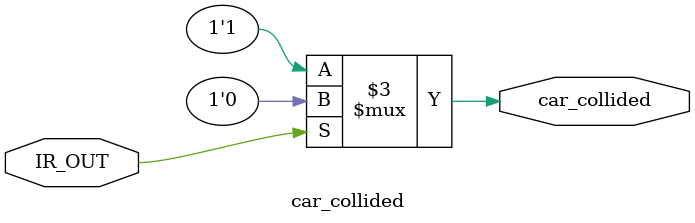
<source format=v>
`timescale 1ns / 1ps


module car_collided(
    input wire IR_OUT,
    output reg car_collided
    );
//    wire ir_pin;
//    ir_sensors detection(.ir_pin(ir_pin),.IR_OUT(IR_OUT));
    always@*begin
    if (IR_OUT) begin 
    car_collided<=1'b0;
    end
    else begin
    car_collided<= 1'b1;
    end 
    end 
endmodule


</source>
